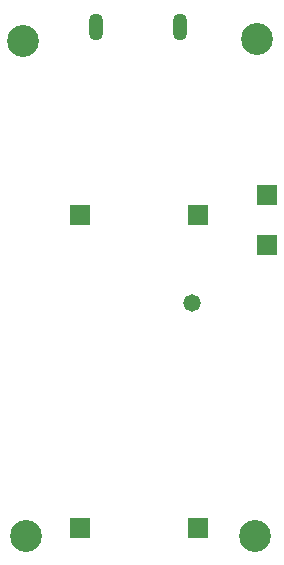
<source format=gbr>
%TF.GenerationSoftware,Altium Limited,Altium Designer,20.0.13 (296)*%
G04 Layer_Color=16711935*
%FSLAX45Y45*%
%MOMM*%
%TF.FileFunction,Soldermask,Bot*%
%TF.Part,Single*%
G01*
G75*
%TA.AperFunction,ComponentPad*%
%ADD27O,1.25320X2.30320*%
%ADD28R,1.70320X1.70320*%
%TA.AperFunction,ViaPad*%
%ADD29C,2.70320*%
%ADD30C,1.47320*%
D27*
X14209399Y12545898D02*
D03*
X14924400D02*
D03*
D28*
X15659100Y11125200D02*
D03*
Y10706100D02*
D03*
X15074899Y10960100D02*
D03*
X15071597Y8305800D02*
D03*
X14071600Y10960100D02*
D03*
Y8305800D02*
D03*
D29*
X15570200Y12446000D02*
D03*
X13589000Y12433300D02*
D03*
X13614400Y8242300D02*
D03*
X15557500D02*
D03*
D30*
X15019020Y10210800D02*
D03*
%TF.MD5,6d7f5e675c0ee08a2d73ad439902f420*%
M02*

</source>
